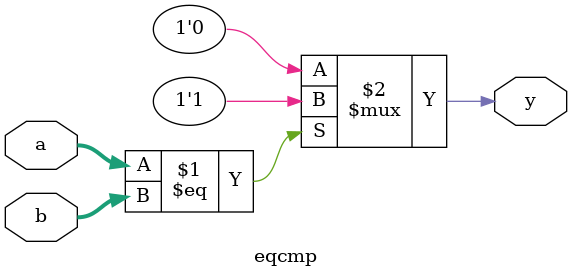
<source format=v>
`timescale 1ns / 1ps


module eqcmp #(parameter WIDTH = 32)(
	input [WIDTH-1:0] a, b,
	output y
    );

	assign y = (a == b) ? 1'b1 : 1'b0;
endmodule

</source>
